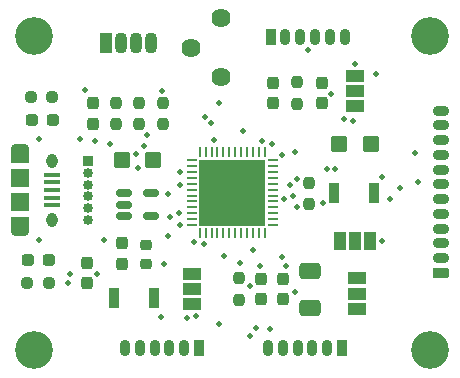
<source format=gts>
G04 #@! TF.GenerationSoftware,KiCad,Pcbnew,8.0.5*
G04 #@! TF.CreationDate,2024-09-28T14:46:52+05:30*
G04 #@! TF.ProjectId,MKM01V10,4d4b4d30-3156-4313-902e-6b696361645f,1.0*
G04 #@! TF.SameCoordinates,Original*
G04 #@! TF.FileFunction,Soldermask,Top*
G04 #@! TF.FilePolarity,Negative*
%FSLAX46Y46*%
G04 Gerber Fmt 4.6, Leading zero omitted, Abs format (unit mm)*
G04 Created by KiCad (PCBNEW 8.0.5) date 2024-09-28 14:46:52*
%MOMM*%
%LPD*%
G01*
G04 APERTURE LIST*
G04 Aperture macros list*
%AMRoundRect*
0 Rectangle with rounded corners*
0 $1 Rounding radius*
0 $2 $3 $4 $5 $6 $7 $8 $9 X,Y pos of 4 corners*
0 Add a 4 corners polygon primitive as box body*
4,1,4,$2,$3,$4,$5,$6,$7,$8,$9,$2,$3,0*
0 Add four circle primitives for the rounded corners*
1,1,$1+$1,$2,$3*
1,1,$1+$1,$4,$5*
1,1,$1+$1,$6,$7*
1,1,$1+$1,$8,$9*
0 Add four rect primitives between the rounded corners*
20,1,$1+$1,$2,$3,$4,$5,0*
20,1,$1+$1,$4,$5,$6,$7,0*
20,1,$1+$1,$6,$7,$8,$9,0*
20,1,$1+$1,$8,$9,$2,$3,0*%
G04 Aperture macros list end*
%ADD10R,0.850000X0.850000*%
%ADD11O,0.850000X0.850000*%
%ADD12R,1.500000X1.000000*%
%ADD13RoundRect,0.237500X0.237500X-0.300000X0.237500X0.300000X-0.237500X0.300000X-0.237500X-0.300000X0*%
%ADD14C,3.200000*%
%ADD15RoundRect,0.237500X-0.237500X0.250000X-0.237500X-0.250000X0.237500X-0.250000X0.237500X0.250000X0*%
%ADD16RoundRect,0.062500X-0.375000X-0.062500X0.375000X-0.062500X0.375000X0.062500X-0.375000X0.062500X0*%
%ADD17RoundRect,0.062500X-0.062500X-0.375000X0.062500X-0.375000X0.062500X0.375000X-0.062500X0.375000X0*%
%ADD18R,5.600000X5.600000*%
%ADD19RoundRect,0.237500X-0.237500X0.300000X-0.237500X-0.300000X0.237500X-0.300000X0.237500X0.300000X0*%
%ADD20RoundRect,0.250000X-0.650000X0.412500X-0.650000X-0.412500X0.650000X-0.412500X0.650000X0.412500X0*%
%ADD21RoundRect,0.237500X-0.287500X-0.237500X0.287500X-0.237500X0.287500X0.237500X-0.287500X0.237500X0*%
%ADD22RoundRect,0.237500X0.237500X-0.250000X0.237500X0.250000X-0.237500X0.250000X-0.237500X-0.250000X0*%
%ADD23R,1.000000X1.500000*%
%ADD24RoundRect,0.218750X0.256250X-0.218750X0.256250X0.218750X-0.256250X0.218750X-0.256250X-0.218750X0*%
%ADD25RoundRect,0.237500X-0.250000X-0.237500X0.250000X-0.237500X0.250000X0.237500X-0.250000X0.237500X0*%
%ADD26RoundRect,0.225000X0.225000X0.475000X-0.225000X0.475000X-0.225000X-0.475000X0.225000X-0.475000X0*%
%ADD27O,0.900000X1.400000*%
%ADD28R,0.900000X1.700000*%
%ADD29R,1.350000X0.400000*%
%ADD30O,1.550000X0.890000*%
%ADD31R,1.550000X1.200000*%
%ADD32O,0.950000X1.250000*%
%ADD33R,1.550000X1.500000*%
%ADD34RoundRect,0.225000X-0.225000X-0.475000X0.225000X-0.475000X0.225000X0.475000X-0.225000X0.475000X0*%
%ADD35R,1.070000X1.800000*%
%ADD36O,1.070000X1.800000*%
%ADD37RoundRect,0.250000X-0.450000X-0.425000X0.450000X-0.425000X0.450000X0.425000X-0.450000X0.425000X0*%
%ADD38RoundRect,0.250000X0.450000X0.425000X-0.450000X0.425000X-0.450000X-0.425000X0.450000X-0.425000X0*%
%ADD39RoundRect,0.150000X-0.512500X-0.150000X0.512500X-0.150000X0.512500X0.150000X-0.512500X0.150000X0*%
%ADD40RoundRect,0.225000X0.475000X-0.225000X0.475000X0.225000X-0.475000X0.225000X-0.475000X-0.225000X0*%
%ADD41O,1.400000X0.900000*%
%ADD42C,1.620000*%
%ADD43C,0.500000*%
G04 APERTURE END LIST*
D10*
X51308000Y-43982000D03*
D11*
X51308000Y-44982000D03*
X51308000Y-45982000D03*
X51308000Y-46982000D03*
X51308000Y-47982000D03*
X51308000Y-48982000D03*
D12*
X74117200Y-53919600D03*
X74117200Y-55219600D03*
X74117200Y-56519600D03*
D13*
X51689000Y-40844000D03*
X51689000Y-39119000D03*
D14*
X46725000Y-33400000D03*
D15*
X57632600Y-39069000D03*
X57632600Y-40894000D03*
D16*
X60079400Y-43915200D03*
X60079400Y-44415200D03*
X60079400Y-44915200D03*
X60079400Y-45415200D03*
X60079400Y-45915200D03*
X60079400Y-46415200D03*
X60079400Y-46915200D03*
X60079400Y-47415200D03*
X60079400Y-47915200D03*
X60079400Y-48415200D03*
X60079400Y-48915200D03*
X60079400Y-49415200D03*
D17*
X60766900Y-50102700D03*
X61266900Y-50102700D03*
X61766900Y-50102700D03*
X62266900Y-50102700D03*
X62766900Y-50102700D03*
X63266900Y-50102700D03*
X63766900Y-50102700D03*
X64266900Y-50102700D03*
X64766900Y-50102700D03*
X65266900Y-50102700D03*
X65766900Y-50102700D03*
X66266900Y-50102700D03*
D16*
X66954400Y-49415200D03*
X66954400Y-48915200D03*
X66954400Y-48415200D03*
X66954400Y-47915200D03*
X66954400Y-47415200D03*
X66954400Y-46915200D03*
X66954400Y-46415200D03*
X66954400Y-45915200D03*
X66954400Y-45415200D03*
X66954400Y-44915200D03*
X66954400Y-44415200D03*
X66954400Y-43915200D03*
D17*
X66266900Y-43227700D03*
X65766900Y-43227700D03*
X65266900Y-43227700D03*
X64766900Y-43227700D03*
X64266900Y-43227700D03*
X63766900Y-43227700D03*
X63266900Y-43227700D03*
X62766900Y-43227700D03*
X62266900Y-43227700D03*
X61766900Y-43227700D03*
X61266900Y-43227700D03*
X60766900Y-43227700D03*
D18*
X63516900Y-46665200D03*
D15*
X69017400Y-37314500D03*
X69017400Y-39139500D03*
D19*
X54152800Y-50954700D03*
X54152800Y-52679700D03*
D12*
X60071000Y-53534000D03*
X60071000Y-54834000D03*
X60071000Y-56134000D03*
D20*
X70104000Y-53301500D03*
X70104000Y-56426500D03*
D19*
X67825900Y-53950700D03*
X67825900Y-55675700D03*
D21*
X46267400Y-52374800D03*
X48017400Y-52374800D03*
D22*
X70002400Y-47663300D03*
X70002400Y-45838300D03*
D23*
X72614000Y-50802400D03*
X73914000Y-50802400D03*
X75214000Y-50802400D03*
D14*
X46725000Y-60000000D03*
D15*
X64109600Y-53900700D03*
X64109600Y-55725700D03*
D14*
X80275000Y-33400000D03*
D24*
X56184800Y-52705200D03*
X56184800Y-51130200D03*
D25*
X46463300Y-38608000D03*
X48288300Y-38608000D03*
D26*
X72798000Y-59842400D03*
D27*
X71548000Y-59842400D03*
X70298000Y-59842400D03*
X69048000Y-59842400D03*
X67798000Y-59842400D03*
X66548000Y-59842400D03*
D28*
X72163200Y-46700000D03*
X75563200Y-46700000D03*
D12*
X73914000Y-39370000D03*
X73914000Y-38070000D03*
X73914000Y-36770000D03*
D19*
X65967700Y-53950700D03*
X65967700Y-55675700D03*
D29*
X48260000Y-45152000D03*
X48260000Y-45802000D03*
X48260000Y-46452000D03*
X48260000Y-47102000D03*
X48260000Y-47752000D03*
D30*
X45560000Y-42952000D03*
D31*
X45560000Y-43552000D03*
D32*
X48260000Y-43952000D03*
D33*
X45560000Y-45452000D03*
X45560000Y-47452000D03*
D32*
X48260000Y-48952000D03*
D31*
X45560000Y-49352000D03*
D30*
X45560000Y-49952000D03*
D22*
X55651400Y-40894000D03*
X55651400Y-39069000D03*
D34*
X66775000Y-33528000D03*
D27*
X68025000Y-33528000D03*
X69275000Y-33528000D03*
X70525000Y-33528000D03*
X71775000Y-33528000D03*
X73025000Y-33528000D03*
D35*
X52832000Y-34036000D03*
D36*
X54102000Y-34036000D03*
X55372000Y-34036000D03*
X56642000Y-34036000D03*
D37*
X72564000Y-42570400D03*
X75264000Y-42570400D03*
D14*
X80275000Y-60000000D03*
D38*
X56845200Y-43916600D03*
X54145200Y-43916600D03*
D39*
X54334000Y-46741000D03*
X54334000Y-47691000D03*
X54334000Y-48641000D03*
X56609000Y-48641000D03*
X56609000Y-46741000D03*
D13*
X66929000Y-39089500D03*
X66929000Y-37364500D03*
X51257200Y-54354900D03*
X51257200Y-52629900D03*
D22*
X53670200Y-40894000D03*
X53670200Y-39069000D03*
D28*
X53519600Y-55626000D03*
X56919600Y-55626000D03*
D40*
X81178400Y-53467000D03*
D41*
X81178400Y-52217000D03*
X81178400Y-50967000D03*
X81178400Y-49717000D03*
X81178400Y-48467000D03*
X81178400Y-47217000D03*
X81178400Y-45967000D03*
X81178400Y-44717000D03*
X81178400Y-43467000D03*
X81178400Y-42217000D03*
X81178400Y-40967000D03*
X81178400Y-39717000D03*
D21*
X46560800Y-40538400D03*
X48310800Y-40538400D03*
D26*
X60706000Y-59842400D03*
D27*
X59456000Y-59842400D03*
X58206000Y-59842400D03*
X56956000Y-59842400D03*
X55706000Y-59842400D03*
X54456000Y-59842400D03*
D13*
X71105900Y-39089500D03*
X71105900Y-37364500D03*
D25*
X46169900Y-54305200D03*
X47994900Y-54305200D03*
D42*
X62560200Y-36906200D03*
X60060200Y-34406200D03*
X62560200Y-31906200D03*
D43*
X58291800Y-48750700D03*
X56087500Y-42724100D03*
X61172400Y-40233200D03*
X62407400Y-39089500D03*
X65316600Y-51489800D03*
X55365700Y-43424100D03*
X53184200Y-42526900D03*
X57584500Y-38073800D03*
X51918200Y-42292700D03*
X49778400Y-53519500D03*
X57459200Y-57197900D03*
X64159900Y-52653400D03*
X65526700Y-58166500D03*
X68084400Y-52840400D03*
X65878900Y-52840400D03*
X61162200Y-51060100D03*
X64401000Y-41425000D03*
X66067000Y-42277400D03*
X68687500Y-46975100D03*
X59016100Y-48411700D03*
X79276200Y-45771200D03*
X59123800Y-45987700D03*
X59124700Y-44915200D03*
X68962300Y-45473900D03*
X71210900Y-47554900D03*
X68976800Y-47915200D03*
X68841900Y-55091600D03*
X62811700Y-52064300D03*
X65051000Y-58773800D03*
X66735000Y-58192500D03*
X76885800Y-47189000D03*
X77707900Y-46281300D03*
X71507700Y-44640500D03*
X72261200Y-44640500D03*
X67747100Y-52090100D03*
X73754900Y-40598800D03*
X50647200Y-42091100D03*
X47167000Y-42091100D03*
X47167000Y-50677200D03*
X52677500Y-50677200D03*
X58072200Y-50325300D03*
X59130900Y-49397400D03*
X67896200Y-47246500D03*
X61937900Y-42206000D03*
X69898500Y-34569700D03*
X72976000Y-40464400D03*
X60259300Y-50847700D03*
X68423900Y-46000700D03*
X62367200Y-57828200D03*
X67745700Y-43464800D03*
X66871900Y-42566700D03*
X56332600Y-41785100D03*
X52074700Y-53573300D03*
X58110200Y-46785900D03*
X51083900Y-37959300D03*
X71910300Y-38285100D03*
X59722600Y-57287000D03*
X64986000Y-54564700D03*
X61746000Y-40806900D03*
X68807200Y-43226100D03*
X55545900Y-44619700D03*
X57753400Y-52703600D03*
X75669500Y-36658300D03*
X76235200Y-50802400D03*
X49650200Y-54284900D03*
X60474400Y-57151400D03*
X76205200Y-45345500D03*
X78996300Y-43277200D03*
X73936700Y-35765400D03*
M02*

</source>
